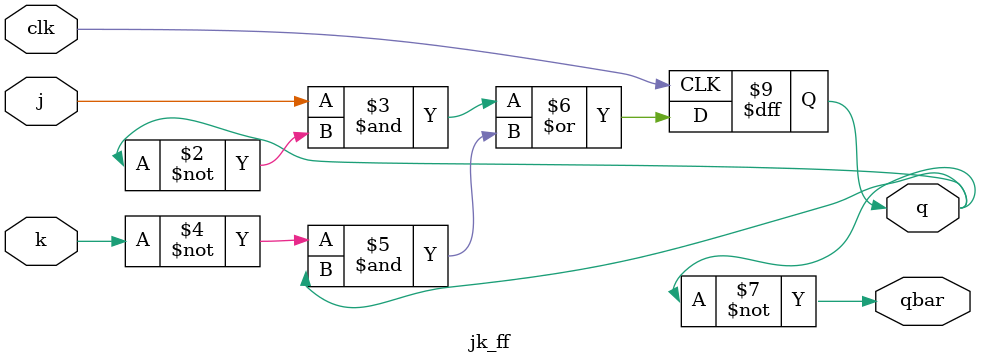
<source format=v>
`timescale 1ns / 1ps

module jk_ff(input j, k, clk, output reg q, output qbar);
    initial begin
        q = 1'b0;
    end
    
    always @(posedge clk)
    begin
        q <= (j & ~q) | (~k & q);
    end
    
    assign qbar = ~q;
endmodule

</source>
